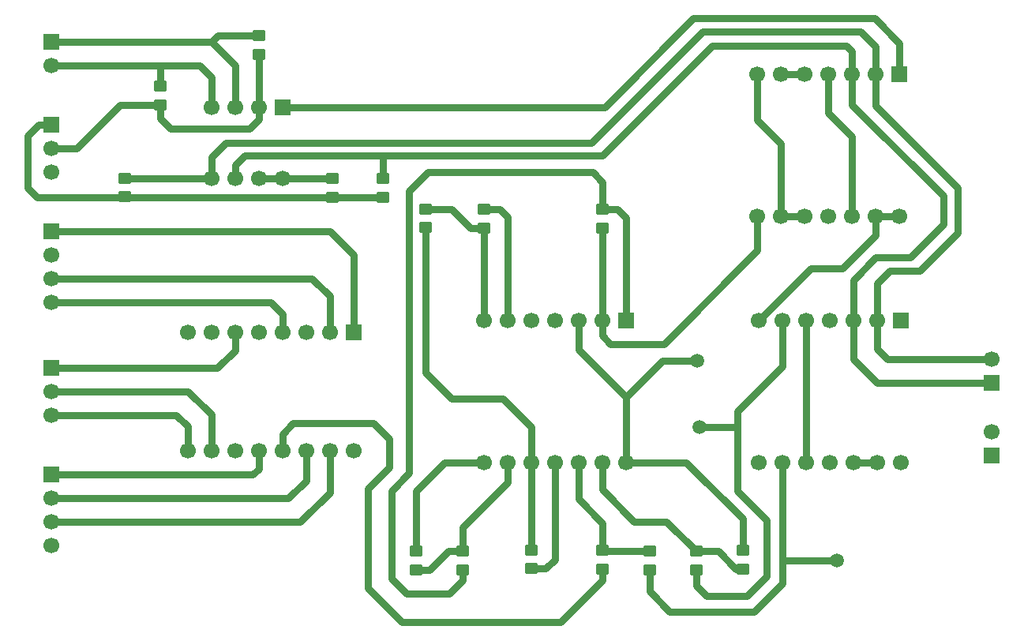
<source format=gbr>
%TF.GenerationSoftware,KiCad,Pcbnew,9.0.3*%
%TF.CreationDate,2025-08-28T11:24:01-04:00*%
%TF.ProjectId,signal_conditioner,7369676e-616c-45f6-936f-6e646974696f,rev?*%
%TF.SameCoordinates,Original*%
%TF.FileFunction,Copper,L2,Bot*%
%TF.FilePolarity,Positive*%
%FSLAX46Y46*%
G04 Gerber Fmt 4.6, Leading zero omitted, Abs format (unit mm)*
G04 Created by KiCad (PCBNEW 9.0.3) date 2025-08-28 11:24:01*
%MOMM*%
%LPD*%
G01*
G04 APERTURE LIST*
G04 Aperture macros list*
%AMRoundRect*
0 Rectangle with rounded corners*
0 $1 Rounding radius*
0 $2 $3 $4 $5 $6 $7 $8 $9 X,Y pos of 4 corners*
0 Add a 4 corners polygon primitive as box body*
4,1,4,$2,$3,$4,$5,$6,$7,$8,$9,$2,$3,0*
0 Add four circle primitives for the rounded corners*
1,1,$1+$1,$2,$3*
1,1,$1+$1,$4,$5*
1,1,$1+$1,$6,$7*
1,1,$1+$1,$8,$9*
0 Add four rect primitives between the rounded corners*
20,1,$1+$1,$2,$3,$4,$5,0*
20,1,$1+$1,$4,$5,$6,$7,0*
20,1,$1+$1,$6,$7,$8,$9,0*
20,1,$1+$1,$8,$9,$2,$3,0*%
G04 Aperture macros list end*
%TA.AperFunction,ComponentPad*%
%ADD10R,1.700000X1.700000*%
%TD*%
%TA.AperFunction,ComponentPad*%
%ADD11C,1.700000*%
%TD*%
%TA.AperFunction,SMDPad,CuDef*%
%ADD12RoundRect,0.250000X0.450000X-0.350000X0.450000X0.350000X-0.450000X0.350000X-0.450000X-0.350000X0*%
%TD*%
%TA.AperFunction,SMDPad,CuDef*%
%ADD13C,1.500000*%
%TD*%
%TA.AperFunction,SMDPad,CuDef*%
%ADD14RoundRect,0.250000X-0.450000X0.350000X-0.450000X-0.350000X0.450000X-0.350000X0.450000X0.350000X0*%
%TD*%
%TA.AperFunction,Conductor*%
%ADD15C,0.750000*%
%TD*%
G04 APERTURE END LIST*
D10*
%TO.P,J2,1,Pin_1*%
%TO.N,/S0B*%
X135890000Y-60325000D03*
D11*
%TO.P,J2,2,Pin_2*%
%TO.N,/S1B*%
X135890000Y-62865000D03*
%TO.P,J2,3,Pin_3*%
%TO.N,/S2B*%
X135890000Y-65405000D03*
%TO.P,J2,4,Pin_4*%
%TO.N,/S3B*%
X135890000Y-67945000D03*
%TD*%
D10*
%TO.P,U5,1,HVC/A0*%
%TO.N,GND*%
X226822000Y-43434000D03*
D11*
%TO.P,U5,2,SCL*%
%TO.N,/I2C_SCL_{1}_5V*%
X224282000Y-43434000D03*
%TO.P,U5,3,SDA*%
%TO.N,/I2C_SDA_{1}_5V*%
X221742000Y-43434000D03*
%TO.P,U5,4,VSS*%
%TO.N,GND*%
X219202000Y-43434000D03*
%TO.P,U5,5,P1B*%
%TO.N,/Software Defined Instrumentation Amplifier/RGain-*%
X216662000Y-43434000D03*
%TO.P,U5,6,P1W*%
X214122000Y-43434000D03*
%TO.P,U5,7,P1A*%
%TO.N,Net-(U5-P0B)*%
X211582000Y-43434000D03*
%TO.P,U5,8,P0A*%
%TO.N,/Software Defined Instrumentation Amplifier/RGain+*%
X211582000Y-58674000D03*
%TO.P,U5,9,P0W*%
%TO.N,Net-(U5-P0B)*%
X214122000Y-58674000D03*
%TO.P,U5,10,P0B*%
X216662000Y-58674000D03*
%TO.P,U5,11,NC*%
%TO.N,unconnected-(U5-NC-Pad11)*%
X219202000Y-58674000D03*
%TO.P,U5,12,A2*%
%TO.N,GND*%
X221742000Y-58674000D03*
%TO.P,U5,13,A1*%
%TO.N,+5V*%
X224282000Y-58674000D03*
%TO.P,U5,14,VDD*%
X226822000Y-58674000D03*
%TD*%
D10*
%TO.P,U1,1,S0B*%
%TO.N,/S0B*%
X168249600Y-71131600D03*
D11*
%TO.P,U1,2,S2B*%
%TO.N,/S2B*%
X165709600Y-71131600D03*
%TO.P,U1,3,DB*%
%TO.N,/OUT-*%
X163169600Y-71131600D03*
%TO.P,U1,4,S3B*%
%TO.N,/S3B*%
X160629600Y-71131600D03*
%TO.P,U1,5,S1B*%
%TO.N,/S1B*%
X158089600Y-71131600D03*
%TO.P,U1,6,~{EN}*%
%TO.N,/~{EN}*%
X155549600Y-71131600D03*
%TO.P,U1,7,NC*%
%TO.N,unconnected-(U1-NC-Pad7)*%
X153009600Y-71131600D03*
%TO.P,U1,8,GND*%
%TO.N,GND*%
X150469600Y-71131600D03*
%TO.P,U1,9,A1*%
%TO.N,/SEL1*%
X150469600Y-83831600D03*
%TO.P,U1,10,A0*%
%TO.N,/SEL0*%
X153009600Y-83831600D03*
%TO.P,U1,11,S3A*%
%TO.N,/S3A*%
X155549600Y-83831600D03*
%TO.P,U1,12,S0A*%
%TO.N,/S0A*%
X158089600Y-83831600D03*
%TO.P,U1,13,DA*%
%TO.N,/SEN+*%
X160629600Y-83831600D03*
%TO.P,U1,14,S1A*%
%TO.N,/S1A*%
X163169600Y-83831600D03*
%TO.P,U1,15,S2A*%
%TO.N,/S2A*%
X165709600Y-83831600D03*
%TO.P,U1,16,V_{DD}*%
%TO.N,+3.3V*%
X168249600Y-83831600D03*
%TD*%
D10*
%TO.P,J1,1,Pin_1*%
%TO.N,/S0A*%
X135890000Y-86360000D03*
D11*
%TO.P,J1,2,Pin_2*%
%TO.N,/S1A*%
X135890000Y-88900000D03*
%TO.P,J1,3,Pin_3*%
%TO.N,/S2A*%
X135890000Y-91440000D03*
%TO.P,J1,4,Pin_4*%
%TO.N,/S3A*%
X135890000Y-93980000D03*
%TD*%
D10*
%TO.P,U4,1,HVC/A0*%
%TO.N,GND*%
X226949000Y-69850000D03*
D11*
%TO.P,U4,2,SCL*%
%TO.N,/I2C_SCL_{1}_5V*%
X224409000Y-69850000D03*
%TO.P,U4,3,SDA*%
%TO.N,/I2C_SDA_{1}_5V*%
X221869000Y-69850000D03*
%TO.P,U4,4,VSS*%
%TO.N,GND*%
X219329000Y-69850000D03*
%TO.P,U4,5,P1B*%
X216789000Y-69850000D03*
%TO.P,U4,6,P1W*%
%TO.N,/Software Defined Instrumentation Amplifier/V_{offset-}*%
X214249000Y-69850000D03*
%TO.P,U4,7,P1A*%
%TO.N,+5V*%
X211709000Y-69850000D03*
%TO.P,U4,8,P0A*%
X211709000Y-85090000D03*
%TO.P,U4,9,P0W*%
%TO.N,/Software Defined Instrumentation Amplifier/V_{offset+}*%
X214249000Y-85090000D03*
%TO.P,U4,10,P0B*%
%TO.N,GND*%
X216789000Y-85090000D03*
%TO.P,U4,11,NC*%
%TO.N,unconnected-(U4-NC-Pad11)*%
X219329000Y-85090000D03*
%TO.P,U4,12,A2*%
%TO.N,GND*%
X221869000Y-85090000D03*
%TO.P,U4,13,A1*%
X224409000Y-85090000D03*
%TO.P,U4,14,VDD*%
%TO.N,+5V*%
X226949000Y-85090000D03*
%TD*%
D10*
%TO.P,J4,1,Pin_1*%
%TO.N,+5V*%
X135890000Y-48895000D03*
D11*
%TO.P,J4,2,Pin_2*%
%TO.N,+3V3*%
X135890000Y-51435000D03*
%TO.P,J4,3,Pin_3*%
%TO.N,GND*%
X135890000Y-53975000D03*
%TD*%
D10*
%TO.P,J7,1,Pin_1*%
%TO.N,/I2C_SDA_{1}_5V*%
X236728000Y-76581000D03*
D11*
%TO.P,J7,2,Pin_2*%
%TO.N,/I2C_SCL_{1}_5V*%
X236728000Y-74041000D03*
%TD*%
D10*
%TO.P,J6,1,Pin_1*%
%TO.N,/OUT+*%
X236728000Y-84328000D03*
D11*
%TO.P,J6,2,Pin_2*%
%TO.N,/OUT-*%
X236728000Y-81788000D03*
%TD*%
D10*
%TO.P,U3,1*%
%TO.N,Net-(R10-Pad1)*%
X197485000Y-69850000D03*
D11*
%TO.P,U3,2,-*%
%TO.N,/Software Defined Instrumentation Amplifier/RGain+*%
X194945000Y-69850000D03*
%TO.P,U3,3,+*%
%TO.N,/Software Defined Instrumentation Amplifier/V_SENSOR_WITH_DC_OFFSET*%
X192405000Y-69850000D03*
%TO.P,U3,4,V+*%
%TO.N,+5V*%
X189865000Y-69850000D03*
%TO.P,U3,5,+*%
%TO.N,/OUT-*%
X187325000Y-69850000D03*
%TO.P,U3,6,-*%
%TO.N,/Software Defined Instrumentation Amplifier/RGain-*%
X184785000Y-69850000D03*
%TO.P,U3,7*%
%TO.N,Net-(R11-Pad2)*%
X182245000Y-69850000D03*
%TO.P,U3,8*%
%TO.N,/OUT+*%
X182245000Y-85090000D03*
%TO.P,U3,9,-*%
%TO.N,Net-(U3C--)*%
X184785000Y-85090000D03*
%TO.P,U3,10,+*%
%TO.N,Net-(U3C-+)*%
X187325000Y-85090000D03*
%TO.P,U3,11,V-*%
%TO.N,GND*%
X189865000Y-85090000D03*
%TO.P,U3,12,+*%
%TO.N,Net-(U3D-+)*%
X192405000Y-85090000D03*
%TO.P,U3,13,-*%
%TO.N,Net-(U3D--)*%
X194945000Y-85090000D03*
%TO.P,U3,14*%
%TO.N,/Software Defined Instrumentation Amplifier/V_SENSOR_WITH_DC_OFFSET*%
X197485000Y-85090000D03*
%TD*%
D10*
%TO.P,J3,1,Pin_1*%
%TO.N,/~{EN}*%
X135890000Y-74930000D03*
D11*
%TO.P,J3,2,Pin_2*%
%TO.N,/SEL0*%
X135890000Y-77470000D03*
%TO.P,J3,3,Pin_3*%
%TO.N,/SEL1*%
X135890000Y-80010000D03*
%TD*%
D10*
%TO.P,J5,1,Pin_1*%
%TO.N,/I2C_SDA_{1}*%
X135890000Y-40000000D03*
D11*
%TO.P,J5,2,Pin_2*%
%TO.N,/I2C_SCL_{1}*%
X135890000Y-42540000D03*
%TD*%
D10*
%TO.P,U2,1,GND*%
%TO.N,GND*%
X160655000Y-46990000D03*
D11*
%TO.P,U2,2,Vref_{A}*%
%TO.N,+3V3*%
X158115000Y-46990000D03*
%TO.P,U2,3,A_{1}*%
%TO.N,/I2C_SDA_{1}*%
X155575000Y-46990000D03*
%TO.P,U2,4,A_{2}*%
%TO.N,/I2C_SCL_{1}*%
X153035000Y-46990000D03*
%TO.P,U2,5,B2*%
%TO.N,/I2C_SCL_{1}_5V*%
X153035000Y-54610000D03*
%TO.P,U2,6,B1*%
%TO.N,/I2C_SDA_{1}_5V*%
X155575000Y-54610000D03*
%TO.P,U2,7,Vref_{B}*%
%TO.N,Net-(U2-EN)*%
X158115000Y-54610000D03*
%TO.P,U2,8,EN*%
X160655000Y-54610000D03*
%TD*%
D12*
%TO.P,R2,1*%
%TO.N,+3V3*%
X158100000Y-41300000D03*
%TO.P,R2,2*%
%TO.N,/I2C_SDA_{1}*%
X158100000Y-39300000D03*
%TD*%
D13*
%TO.P,TP4,1,1*%
%TO.N,/Software Defined Instrumentation Amplifier/V_{offset-}*%
X205359000Y-81280000D03*
%TD*%
D14*
%TO.P,R10,1*%
%TO.N,Net-(R10-Pad1)*%
X195000000Y-57944000D03*
%TO.P,R10,2*%
%TO.N,/Software Defined Instrumentation Amplifier/RGain+*%
X195000000Y-59944000D03*
%TD*%
D12*
%TO.P,R12,1*%
%TO.N,Net-(R10-Pad1)*%
X180000000Y-96600000D03*
%TO.P,R12,2*%
%TO.N,Net-(U3C--)*%
X180000000Y-94600000D03*
%TD*%
D13*
%TO.P,TP5,1,1*%
%TO.N,/Software Defined Instrumentation Amplifier/V_SENSOR_WITH_DC_OFFSET*%
X205105000Y-74168000D03*
%TD*%
D14*
%TO.P,R11,1*%
%TO.N,/Software Defined Instrumentation Amplifier/RGain-*%
X182245000Y-57944000D03*
%TO.P,R11,2*%
%TO.N,Net-(R11-Pad2)*%
X182245000Y-59944000D03*
%TD*%
D13*
%TO.P,TP3,1,1*%
%TO.N,/Software Defined Instrumentation Amplifier/V_{offset+}*%
X220091000Y-95631000D03*
%TD*%
D12*
%TO.P,R3,1*%
%TO.N,+5V*%
X165989000Y-56642000D03*
%TO.P,R3,2*%
%TO.N,Net-(U2-EN)*%
X165989000Y-54642000D03*
%TD*%
D14*
%TO.P,R13,1*%
%TO.N,Net-(R11-Pad2)*%
X176022000Y-57912000D03*
%TO.P,R13,2*%
%TO.N,Net-(U3C-+)*%
X176022000Y-59912000D03*
%TD*%
D12*
%TO.P,R4,1*%
%TO.N,+5V*%
X171450000Y-56642000D03*
%TO.P,R4,2*%
%TO.N,/I2C_SDA_{1}_5V*%
X171450000Y-54642000D03*
%TD*%
%TO.P,R14,1*%
%TO.N,Net-(U3C--)*%
X175000000Y-96615000D03*
%TO.P,R14,2*%
%TO.N,/OUT+*%
X175000000Y-94615000D03*
%TD*%
D14*
%TO.P,R15,1*%
%TO.N,Net-(U3C-+)*%
X187325000Y-94488000D03*
%TO.P,R15,2*%
%TO.N,GND*%
X187325000Y-96488000D03*
%TD*%
D12*
%TO.P,R8,1*%
%TO.N,/Software Defined Instrumentation Amplifier/V_{offset-}*%
X205000000Y-96615000D03*
%TO.P,R8,2*%
%TO.N,Net-(U3D--)*%
X205000000Y-94615000D03*
%TD*%
%TO.P,R1,1*%
%TO.N,+3V3*%
X147574000Y-46736000D03*
%TO.P,R1,2*%
%TO.N,/I2C_SCL_{1}*%
X147574000Y-44736000D03*
%TD*%
%TO.P,R6,1*%
%TO.N,/SEN+*%
X195000000Y-96520000D03*
%TO.P,R6,2*%
%TO.N,Net-(U3D-+)*%
X195000000Y-94520000D03*
%TD*%
%TO.P,R9,1*%
%TO.N,Net-(U3D--)*%
X210000000Y-96520000D03*
%TO.P,R9,2*%
%TO.N,/Software Defined Instrumentation Amplifier/V_SENSOR_WITH_DC_OFFSET*%
X210000000Y-94520000D03*
%TD*%
%TO.P,R7,1*%
%TO.N,/Software Defined Instrumentation Amplifier/V_{offset+}*%
X200000000Y-96615000D03*
%TO.P,R7,2*%
%TO.N,Net-(U3D-+)*%
X200000000Y-94615000D03*
%TD*%
%TO.P,R5,1*%
%TO.N,+5V*%
X143764000Y-56610000D03*
%TO.P,R5,2*%
%TO.N,/I2C_SCL_{1}_5V*%
X143764000Y-54610000D03*
%TD*%
D15*
%TO.N,GND*%
X189865000Y-95504000D02*
X189865000Y-85090000D01*
X224155000Y-37465000D02*
X226822000Y-40132000D01*
X195199000Y-46990000D02*
X204724000Y-37465000D01*
X221742000Y-50165000D02*
X221742000Y-58674000D01*
X219202000Y-47625000D02*
X221742000Y-50165000D01*
X187325000Y-96488000D02*
X188881000Y-96488000D01*
X224409000Y-85090000D02*
X221869000Y-85090000D01*
X226822000Y-40132000D02*
X226822000Y-43434000D01*
X216789000Y-85090000D02*
X216789000Y-69850000D01*
X188881000Y-96488000D02*
X189865000Y-95504000D01*
X219202000Y-43434000D02*
X219202000Y-47625000D01*
X204724000Y-37465000D02*
X224155000Y-37465000D01*
X160655000Y-46990000D02*
X195199000Y-46990000D01*
%TO.N,+3V3*%
X158115000Y-41315000D02*
X158100000Y-41300000D01*
X147574000Y-48174000D02*
X148676000Y-49276000D01*
X147574000Y-46736000D02*
X147574000Y-48174000D01*
X158115000Y-48285000D02*
X158115000Y-46990000D01*
X143256000Y-46736000D02*
X138557000Y-51435000D01*
X148676000Y-49276000D02*
X157124000Y-49276000D01*
X158115000Y-46990000D02*
X158115000Y-41315000D01*
X157124000Y-49276000D02*
X158115000Y-48285000D01*
X138557000Y-51435000D02*
X135890000Y-51435000D01*
X147574000Y-46736000D02*
X143256000Y-46736000D01*
%TO.N,Net-(U2-EN)*%
X165989000Y-54642000D02*
X160687000Y-54642000D01*
X160655000Y-54610000D02*
X158115000Y-54610000D01*
X160687000Y-54642000D02*
X160655000Y-54610000D01*
%TO.N,+5V*%
X133350000Y-50038000D02*
X133350000Y-55626000D01*
X135890000Y-48895000D02*
X134493000Y-48895000D01*
X165989000Y-56642000D02*
X171450000Y-56642000D01*
X133350000Y-55626000D02*
X134366000Y-56642000D01*
X224282000Y-58674000D02*
X224282000Y-60718000D01*
X226822000Y-58674000D02*
X224282000Y-58674000D01*
X217297000Y-64262000D02*
X211709000Y-69850000D01*
X224282000Y-60718000D02*
X220738000Y-64262000D01*
X134493000Y-48895000D02*
X133350000Y-50038000D01*
X134366000Y-56642000D02*
X165989000Y-56642000D01*
X220738000Y-64262000D02*
X217297000Y-64262000D01*
%TO.N,/Software Defined Instrumentation Amplifier/V_{offset+}*%
X202184000Y-101092000D02*
X200000000Y-98908000D01*
X220091000Y-95631000D02*
X214249000Y-95631000D01*
X211201000Y-101092000D02*
X202184000Y-101092000D01*
X214249000Y-85090000D02*
X214249000Y-98044000D01*
X214249000Y-98044000D02*
X211201000Y-101092000D01*
X200000000Y-98908000D02*
X200000000Y-96615000D01*
%TO.N,/Software Defined Instrumentation Amplifier/V_{offset-}*%
X210439000Y-99441000D02*
X206121000Y-99441000D01*
X205359000Y-81280000D02*
X209423000Y-81280000D01*
X212598000Y-91313000D02*
X212598000Y-97282000D01*
X205000000Y-98320000D02*
X205000000Y-96615000D01*
X214249000Y-74803000D02*
X209423000Y-79629000D01*
X209423000Y-81280000D02*
X209423000Y-88138000D01*
X206121000Y-99441000D02*
X205000000Y-98320000D01*
X209423000Y-88138000D02*
X212598000Y-91313000D01*
X209423000Y-79629000D02*
X209423000Y-81280000D01*
X214249000Y-69850000D02*
X214249000Y-74803000D01*
X212598000Y-97282000D02*
X210439000Y-99441000D01*
%TO.N,/S0A*%
X135890000Y-86360000D02*
X157480000Y-86360000D01*
X157480000Y-86360000D02*
X158089600Y-85750400D01*
X158089600Y-85750400D02*
X158089600Y-83831600D01*
%TO.N,/S1A*%
X161290000Y-88900000D02*
X163169600Y-87020400D01*
X163169600Y-87020400D02*
X163169600Y-83831600D01*
X135890000Y-88900000D02*
X161290000Y-88900000D01*
%TO.N,/S2A*%
X135890000Y-91440000D02*
X162560000Y-91440000D01*
X162560000Y-91440000D02*
X165709600Y-88290400D01*
X165709600Y-88290400D02*
X165709600Y-83831600D01*
%TO.N,/S3B*%
X135890000Y-67945000D02*
X159385000Y-67945000D01*
X160629600Y-69189600D02*
X160629600Y-71131600D01*
X159385000Y-67945000D02*
X160629600Y-69189600D01*
%TO.N,/S0B*%
X165735000Y-60325000D02*
X168249600Y-62839600D01*
X168249600Y-62839600D02*
X168249600Y-71131600D01*
X135890000Y-60325000D02*
X165735000Y-60325000D01*
%TO.N,/S2B*%
X165709600Y-67284600D02*
X165709600Y-71131600D01*
X163830000Y-65405000D02*
X165709600Y-67284600D01*
X135890000Y-65405000D02*
X163830000Y-65405000D01*
%TO.N,/SEL0*%
X153009600Y-79984600D02*
X153009600Y-83831600D01*
X135890000Y-77470000D02*
X150495000Y-77470000D01*
X150495000Y-77470000D02*
X153009600Y-79984600D01*
%TO.N,/~{EN}*%
X155549600Y-71131600D02*
X155549600Y-73050400D01*
X153670000Y-74930000D02*
X135890000Y-74930000D01*
X155549600Y-73050400D02*
X153670000Y-74930000D01*
%TO.N,/SEL1*%
X150469600Y-81254600D02*
X150469600Y-83831600D01*
X149225000Y-80010000D02*
X150469600Y-81254600D01*
X135890000Y-80010000D02*
X149225000Y-80010000D01*
%TO.N,/I2C_SCL_{1}*%
X153035000Y-43815000D02*
X151765000Y-42545000D01*
X137160000Y-42545000D02*
X137155000Y-42540000D01*
X137155000Y-42540000D02*
X135890000Y-42540000D01*
X147574000Y-44736000D02*
X147574000Y-42545000D01*
X147574000Y-42545000D02*
X137160000Y-42545000D01*
X153035000Y-46990000D02*
X153035000Y-43815000D01*
X151765000Y-42545000D02*
X147574000Y-42545000D01*
%TO.N,/I2C_SDA_{1}*%
X135890000Y-40000000D02*
X153030000Y-40000000D01*
X158100000Y-39300000D02*
X153730000Y-39300000D01*
X153730000Y-39300000D02*
X153030000Y-40000000D01*
X155575000Y-42545000D02*
X155575000Y-46990000D01*
X153030000Y-40000000D02*
X155575000Y-42545000D01*
%TO.N,/OUT+*%
X175000000Y-94615000D02*
X175000000Y-88144000D01*
X178054000Y-85090000D02*
X182245000Y-85090000D01*
X175000000Y-88144000D02*
X178054000Y-85090000D01*
%TO.N,/I2C_SCL_{1}_5V*%
X143764000Y-54610000D02*
X153035000Y-54610000D01*
X154559000Y-50800000D02*
X193802000Y-50800000D01*
X224282000Y-40513000D02*
X224282000Y-43434000D01*
X153035000Y-54610000D02*
X153035000Y-52324000D01*
X193802000Y-50800000D02*
X205740000Y-38862000D01*
X222631000Y-38862000D02*
X224282000Y-40513000D01*
X224282000Y-46863000D02*
X224282000Y-43434000D01*
X224409000Y-72898000D02*
X225552000Y-74041000D01*
X224409000Y-69850000D02*
X224409000Y-65913000D01*
X224409000Y-69850000D02*
X224409000Y-72898000D01*
X233045000Y-55626000D02*
X224282000Y-46863000D01*
X224409000Y-65913000D02*
X225806000Y-64516000D01*
X225552000Y-74041000D02*
X236728000Y-74041000D01*
X205740000Y-38862000D02*
X222631000Y-38862000D01*
X153035000Y-52324000D02*
X154559000Y-50800000D01*
X233045000Y-60452000D02*
X233045000Y-55626000D01*
X225806000Y-64516000D02*
X228981000Y-64516000D01*
X228981000Y-64516000D02*
X233045000Y-60452000D01*
%TO.N,/I2C_SDA_{1}_5V*%
X236728000Y-76581000D02*
X224409000Y-76581000D01*
X206756000Y-40386000D02*
X221107000Y-40386000D01*
X224409000Y-76581000D02*
X221869000Y-74041000D01*
X171450000Y-54642000D02*
X171450000Y-52324000D01*
X221742000Y-43434000D02*
X221742000Y-46736000D01*
X227965000Y-63119000D02*
X224282000Y-63119000D01*
X155575000Y-53213000D02*
X156591000Y-52197000D01*
X171450000Y-52324000D02*
X171323000Y-52197000D01*
X224282000Y-63119000D02*
X221869000Y-65532000D01*
X194945000Y-52197000D02*
X206756000Y-40386000D01*
X156591000Y-52197000D02*
X171323000Y-52197000D01*
X221742000Y-46736000D02*
X231521000Y-56515000D01*
X221869000Y-65532000D02*
X221869000Y-69850000D01*
X221742000Y-41021000D02*
X221742000Y-43434000D01*
X231521000Y-56515000D02*
X231521000Y-59563000D01*
X221107000Y-40386000D02*
X221742000Y-41021000D01*
X171323000Y-52197000D02*
X194945000Y-52197000D01*
X231521000Y-59563000D02*
X227965000Y-63119000D01*
X221869000Y-74041000D02*
X221869000Y-69850000D01*
X155575000Y-54610000D02*
X155575000Y-53213000D01*
%TO.N,Net-(U3D-+)*%
X195000000Y-94520000D02*
X195000000Y-91622000D01*
X200000000Y-94615000D02*
X195095000Y-94615000D01*
X195000000Y-91622000D02*
X192405000Y-89027000D01*
X195095000Y-94615000D02*
X195000000Y-94520000D01*
X192405000Y-89027000D02*
X192405000Y-85090000D01*
%TO.N,/SEN+*%
X172085000Y-82550000D02*
X170434000Y-80899000D01*
X169799000Y-98552000D02*
X169799000Y-87884000D01*
X190500000Y-102235000D02*
X173482000Y-102235000D01*
X170434000Y-80899000D02*
X161798000Y-80899000D01*
X195000000Y-97735000D02*
X190500000Y-102235000D01*
X195000000Y-96520000D02*
X195000000Y-97735000D01*
X172085000Y-85598000D02*
X172085000Y-82550000D01*
X173482000Y-102235000D02*
X169799000Y-98552000D01*
X160629600Y-82067400D02*
X160629600Y-83831600D01*
X169799000Y-87884000D02*
X172085000Y-85598000D01*
X161798000Y-80899000D02*
X160629600Y-82067400D01*
%TO.N,Net-(U3D--)*%
X201825000Y-91440000D02*
X198374000Y-91440000D01*
X207391000Y-94615000D02*
X205000000Y-94615000D01*
X205000000Y-94615000D02*
X201825000Y-91440000D01*
X210000000Y-96520000D02*
X209296000Y-96520000D01*
X194945000Y-88011000D02*
X194945000Y-85090000D01*
X198374000Y-91440000D02*
X194945000Y-88011000D01*
X209296000Y-96520000D02*
X207391000Y-94615000D01*
%TO.N,/Software Defined Instrumentation Amplifier/V_SENSOR_WITH_DC_OFFSET*%
X205105000Y-74168000D02*
X201422000Y-74168000D01*
X201422000Y-74168000D02*
X197485000Y-78105000D01*
X210000000Y-91128000D02*
X203962000Y-85090000D01*
X192405000Y-69850000D02*
X192405000Y-73025000D01*
X192405000Y-73025000D02*
X197485000Y-78105000D01*
X210000000Y-94520000D02*
X210000000Y-91128000D01*
X197485000Y-78105000D02*
X197485000Y-85090000D01*
X203962000Y-85090000D02*
X197485000Y-85090000D01*
%TO.N,Net-(R10-Pad1)*%
X172339000Y-97536000D02*
X172339000Y-88138000D01*
X180000000Y-96615000D02*
X180000000Y-97749000D01*
X174244000Y-86233000D02*
X174244000Y-56007000D01*
X180000000Y-97749000D02*
X178562000Y-99187000D01*
X196544000Y-57944000D02*
X197485000Y-58885000D01*
X197485000Y-58885000D02*
X197485000Y-69850000D01*
X178562000Y-99187000D02*
X173990000Y-99187000D01*
X174244000Y-56007000D02*
X176276000Y-53975000D01*
X195000000Y-57944000D02*
X196544000Y-57944000D01*
X195000000Y-55046000D02*
X195000000Y-57944000D01*
X176276000Y-53975000D02*
X193929000Y-53975000D01*
X172339000Y-88138000D02*
X174244000Y-86233000D01*
X193929000Y-53975000D02*
X195000000Y-55046000D01*
X173990000Y-99187000D02*
X172339000Y-97536000D01*
%TO.N,/Software Defined Instrumentation Amplifier/RGain+*%
X211582000Y-58674000D02*
X211582000Y-62357000D01*
X195000000Y-69795000D02*
X194945000Y-69850000D01*
X201549000Y-72390000D02*
X195834000Y-72390000D01*
X211582000Y-62357000D02*
X201549000Y-72390000D01*
X194945000Y-71501000D02*
X194945000Y-69850000D01*
X195000000Y-59944000D02*
X195000000Y-69795000D01*
X195834000Y-72390000D02*
X194945000Y-71501000D01*
%TO.N,Net-(R11-Pad2)*%
X178816000Y-57912000D02*
X176022000Y-57912000D01*
X182245000Y-59944000D02*
X182245000Y-69850000D01*
X182245000Y-59944000D02*
X180848000Y-59944000D01*
X180848000Y-59944000D02*
X178816000Y-57912000D01*
%TO.N,/Software Defined Instrumentation Amplifier/RGain-*%
X183928000Y-57944000D02*
X184785000Y-58801000D01*
X214122000Y-43434000D02*
X216662000Y-43434000D01*
X182245000Y-57944000D02*
X183928000Y-57944000D01*
X184785000Y-58801000D02*
X184785000Y-69850000D01*
%TO.N,Net-(U3C--)*%
X175000000Y-96615000D02*
X176435000Y-96615000D01*
X176435000Y-96615000D02*
X178435000Y-94615000D01*
X180000000Y-92034000D02*
X184785000Y-87249000D01*
X178435000Y-94615000D02*
X180000000Y-94615000D01*
X180000000Y-94615000D02*
X180000000Y-92034000D01*
X184785000Y-87249000D02*
X184785000Y-85090000D01*
%TO.N,Net-(U3C-+)*%
X176022000Y-75438000D02*
X178816000Y-78232000D01*
X178816000Y-78232000D02*
X184277000Y-78232000D01*
X187325000Y-94488000D02*
X187325000Y-85090000D01*
X176022000Y-59912000D02*
X176022000Y-75438000D01*
X187325000Y-81280000D02*
X187325000Y-85090000D01*
X184277000Y-78232000D02*
X187325000Y-81280000D01*
%TO.N,Net-(U5-P0B)*%
X214122000Y-58674000D02*
X214122000Y-50927000D01*
X214122000Y-58674000D02*
X216662000Y-58674000D01*
X211582000Y-48387000D02*
X211582000Y-43434000D01*
X214122000Y-50927000D02*
X211582000Y-48387000D01*
%TD*%
M02*

</source>
